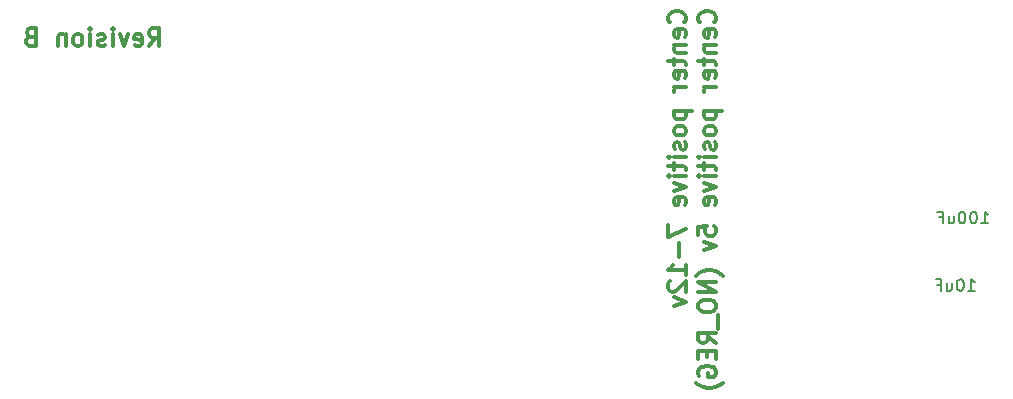
<source format=gbo>
G04 #@! TF.FileFunction,Legend,Bot*
%FSLAX46Y46*%
G04 Gerber Fmt 4.6, Leading zero omitted, Abs format (unit mm)*
G04 Created by KiCad (PCBNEW 4.0.7) date 02/11/19 21:11:47*
%MOMM*%
%LPD*%
G01*
G04 APERTURE LIST*
%ADD10C,0.100000*%
%ADD11C,0.300000*%
%ADD12C,0.150000*%
G04 APERTURE END LIST*
D10*
D11*
X129435714Y-60904286D02*
X129507143Y-60832857D01*
X129578571Y-60618571D01*
X129578571Y-60475714D01*
X129507143Y-60261429D01*
X129364286Y-60118571D01*
X129221429Y-60047143D01*
X128935714Y-59975714D01*
X128721429Y-59975714D01*
X128435714Y-60047143D01*
X128292857Y-60118571D01*
X128150000Y-60261429D01*
X128078571Y-60475714D01*
X128078571Y-60618571D01*
X128150000Y-60832857D01*
X128221429Y-60904286D01*
X129507143Y-62118571D02*
X129578571Y-61975714D01*
X129578571Y-61690000D01*
X129507143Y-61547143D01*
X129364286Y-61475714D01*
X128792857Y-61475714D01*
X128650000Y-61547143D01*
X128578571Y-61690000D01*
X128578571Y-61975714D01*
X128650000Y-62118571D01*
X128792857Y-62190000D01*
X128935714Y-62190000D01*
X129078571Y-61475714D01*
X128578571Y-62832857D02*
X129578571Y-62832857D01*
X128721429Y-62832857D02*
X128650000Y-62904285D01*
X128578571Y-63047143D01*
X128578571Y-63261428D01*
X128650000Y-63404285D01*
X128792857Y-63475714D01*
X129578571Y-63475714D01*
X128578571Y-63975714D02*
X128578571Y-64547143D01*
X128078571Y-64190000D02*
X129364286Y-64190000D01*
X129507143Y-64261428D01*
X129578571Y-64404286D01*
X129578571Y-64547143D01*
X129507143Y-65618571D02*
X129578571Y-65475714D01*
X129578571Y-65190000D01*
X129507143Y-65047143D01*
X129364286Y-64975714D01*
X128792857Y-64975714D01*
X128650000Y-65047143D01*
X128578571Y-65190000D01*
X128578571Y-65475714D01*
X128650000Y-65618571D01*
X128792857Y-65690000D01*
X128935714Y-65690000D01*
X129078571Y-64975714D01*
X129578571Y-66332857D02*
X128578571Y-66332857D01*
X128864286Y-66332857D02*
X128721429Y-66404285D01*
X128650000Y-66475714D01*
X128578571Y-66618571D01*
X128578571Y-66761428D01*
X128578571Y-68404285D02*
X130078571Y-68404285D01*
X128650000Y-68404285D02*
X128578571Y-68547142D01*
X128578571Y-68832856D01*
X128650000Y-68975713D01*
X128721429Y-69047142D01*
X128864286Y-69118571D01*
X129292857Y-69118571D01*
X129435714Y-69047142D01*
X129507143Y-68975713D01*
X129578571Y-68832856D01*
X129578571Y-68547142D01*
X129507143Y-68404285D01*
X129578571Y-69975714D02*
X129507143Y-69832856D01*
X129435714Y-69761428D01*
X129292857Y-69689999D01*
X128864286Y-69689999D01*
X128721429Y-69761428D01*
X128650000Y-69832856D01*
X128578571Y-69975714D01*
X128578571Y-70189999D01*
X128650000Y-70332856D01*
X128721429Y-70404285D01*
X128864286Y-70475714D01*
X129292857Y-70475714D01*
X129435714Y-70404285D01*
X129507143Y-70332856D01*
X129578571Y-70189999D01*
X129578571Y-69975714D01*
X129507143Y-71047142D02*
X129578571Y-71189999D01*
X129578571Y-71475714D01*
X129507143Y-71618571D01*
X129364286Y-71689999D01*
X129292857Y-71689999D01*
X129150000Y-71618571D01*
X129078571Y-71475714D01*
X129078571Y-71261428D01*
X129007143Y-71118571D01*
X128864286Y-71047142D01*
X128792857Y-71047142D01*
X128650000Y-71118571D01*
X128578571Y-71261428D01*
X128578571Y-71475714D01*
X128650000Y-71618571D01*
X129578571Y-72332857D02*
X128578571Y-72332857D01*
X128078571Y-72332857D02*
X128150000Y-72261428D01*
X128221429Y-72332857D01*
X128150000Y-72404285D01*
X128078571Y-72332857D01*
X128221429Y-72332857D01*
X128578571Y-72832857D02*
X128578571Y-73404286D01*
X128078571Y-73047143D02*
X129364286Y-73047143D01*
X129507143Y-73118571D01*
X129578571Y-73261429D01*
X129578571Y-73404286D01*
X129578571Y-73904286D02*
X128578571Y-73904286D01*
X128078571Y-73904286D02*
X128150000Y-73832857D01*
X128221429Y-73904286D01*
X128150000Y-73975714D01*
X128078571Y-73904286D01*
X128221429Y-73904286D01*
X128578571Y-74475715D02*
X129578571Y-74832858D01*
X128578571Y-75190000D01*
X129507143Y-76332857D02*
X129578571Y-76190000D01*
X129578571Y-75904286D01*
X129507143Y-75761429D01*
X129364286Y-75690000D01*
X128792857Y-75690000D01*
X128650000Y-75761429D01*
X128578571Y-75904286D01*
X128578571Y-76190000D01*
X128650000Y-76332857D01*
X128792857Y-76404286D01*
X128935714Y-76404286D01*
X129078571Y-75690000D01*
X128078571Y-78047143D02*
X128078571Y-79047143D01*
X129578571Y-78404286D01*
X129007143Y-79618571D02*
X129007143Y-80761428D01*
X129578571Y-82261428D02*
X129578571Y-81404285D01*
X129578571Y-81832857D02*
X128078571Y-81832857D01*
X128292857Y-81690000D01*
X128435714Y-81547142D01*
X128507143Y-81404285D01*
X128221429Y-82832856D02*
X128150000Y-82904285D01*
X128078571Y-83047142D01*
X128078571Y-83404285D01*
X128150000Y-83547142D01*
X128221429Y-83618571D01*
X128364286Y-83689999D01*
X128507143Y-83689999D01*
X128721429Y-83618571D01*
X129578571Y-82761428D01*
X129578571Y-83689999D01*
X128578571Y-84189999D02*
X129578571Y-84547142D01*
X128578571Y-84904284D01*
X131985714Y-60904286D02*
X132057143Y-60832857D01*
X132128571Y-60618571D01*
X132128571Y-60475714D01*
X132057143Y-60261429D01*
X131914286Y-60118571D01*
X131771429Y-60047143D01*
X131485714Y-59975714D01*
X131271429Y-59975714D01*
X130985714Y-60047143D01*
X130842857Y-60118571D01*
X130700000Y-60261429D01*
X130628571Y-60475714D01*
X130628571Y-60618571D01*
X130700000Y-60832857D01*
X130771429Y-60904286D01*
X132057143Y-62118571D02*
X132128571Y-61975714D01*
X132128571Y-61690000D01*
X132057143Y-61547143D01*
X131914286Y-61475714D01*
X131342857Y-61475714D01*
X131200000Y-61547143D01*
X131128571Y-61690000D01*
X131128571Y-61975714D01*
X131200000Y-62118571D01*
X131342857Y-62190000D01*
X131485714Y-62190000D01*
X131628571Y-61475714D01*
X131128571Y-62832857D02*
X132128571Y-62832857D01*
X131271429Y-62832857D02*
X131200000Y-62904285D01*
X131128571Y-63047143D01*
X131128571Y-63261428D01*
X131200000Y-63404285D01*
X131342857Y-63475714D01*
X132128571Y-63475714D01*
X131128571Y-63975714D02*
X131128571Y-64547143D01*
X130628571Y-64190000D02*
X131914286Y-64190000D01*
X132057143Y-64261428D01*
X132128571Y-64404286D01*
X132128571Y-64547143D01*
X132057143Y-65618571D02*
X132128571Y-65475714D01*
X132128571Y-65190000D01*
X132057143Y-65047143D01*
X131914286Y-64975714D01*
X131342857Y-64975714D01*
X131200000Y-65047143D01*
X131128571Y-65190000D01*
X131128571Y-65475714D01*
X131200000Y-65618571D01*
X131342857Y-65690000D01*
X131485714Y-65690000D01*
X131628571Y-64975714D01*
X132128571Y-66332857D02*
X131128571Y-66332857D01*
X131414286Y-66332857D02*
X131271429Y-66404285D01*
X131200000Y-66475714D01*
X131128571Y-66618571D01*
X131128571Y-66761428D01*
X131128571Y-68404285D02*
X132628571Y-68404285D01*
X131200000Y-68404285D02*
X131128571Y-68547142D01*
X131128571Y-68832856D01*
X131200000Y-68975713D01*
X131271429Y-69047142D01*
X131414286Y-69118571D01*
X131842857Y-69118571D01*
X131985714Y-69047142D01*
X132057143Y-68975713D01*
X132128571Y-68832856D01*
X132128571Y-68547142D01*
X132057143Y-68404285D01*
X132128571Y-69975714D02*
X132057143Y-69832856D01*
X131985714Y-69761428D01*
X131842857Y-69689999D01*
X131414286Y-69689999D01*
X131271429Y-69761428D01*
X131200000Y-69832856D01*
X131128571Y-69975714D01*
X131128571Y-70189999D01*
X131200000Y-70332856D01*
X131271429Y-70404285D01*
X131414286Y-70475714D01*
X131842857Y-70475714D01*
X131985714Y-70404285D01*
X132057143Y-70332856D01*
X132128571Y-70189999D01*
X132128571Y-69975714D01*
X132057143Y-71047142D02*
X132128571Y-71189999D01*
X132128571Y-71475714D01*
X132057143Y-71618571D01*
X131914286Y-71689999D01*
X131842857Y-71689999D01*
X131700000Y-71618571D01*
X131628571Y-71475714D01*
X131628571Y-71261428D01*
X131557143Y-71118571D01*
X131414286Y-71047142D01*
X131342857Y-71047142D01*
X131200000Y-71118571D01*
X131128571Y-71261428D01*
X131128571Y-71475714D01*
X131200000Y-71618571D01*
X132128571Y-72332857D02*
X131128571Y-72332857D01*
X130628571Y-72332857D02*
X130700000Y-72261428D01*
X130771429Y-72332857D01*
X130700000Y-72404285D01*
X130628571Y-72332857D01*
X130771429Y-72332857D01*
X131128571Y-72832857D02*
X131128571Y-73404286D01*
X130628571Y-73047143D02*
X131914286Y-73047143D01*
X132057143Y-73118571D01*
X132128571Y-73261429D01*
X132128571Y-73404286D01*
X132128571Y-73904286D02*
X131128571Y-73904286D01*
X130628571Y-73904286D02*
X130700000Y-73832857D01*
X130771429Y-73904286D01*
X130700000Y-73975714D01*
X130628571Y-73904286D01*
X130771429Y-73904286D01*
X131128571Y-74475715D02*
X132128571Y-74832858D01*
X131128571Y-75190000D01*
X132057143Y-76332857D02*
X132128571Y-76190000D01*
X132128571Y-75904286D01*
X132057143Y-75761429D01*
X131914286Y-75690000D01*
X131342857Y-75690000D01*
X131200000Y-75761429D01*
X131128571Y-75904286D01*
X131128571Y-76190000D01*
X131200000Y-76332857D01*
X131342857Y-76404286D01*
X131485714Y-76404286D01*
X131628571Y-75690000D01*
X130628571Y-78904286D02*
X130628571Y-78190000D01*
X131342857Y-78118571D01*
X131271429Y-78190000D01*
X131200000Y-78332857D01*
X131200000Y-78690000D01*
X131271429Y-78832857D01*
X131342857Y-78904286D01*
X131485714Y-78975714D01*
X131842857Y-78975714D01*
X131985714Y-78904286D01*
X132057143Y-78832857D01*
X132128571Y-78690000D01*
X132128571Y-78332857D01*
X132057143Y-78190000D01*
X131985714Y-78118571D01*
X131128571Y-79475714D02*
X132128571Y-79832857D01*
X131128571Y-80189999D01*
X132700000Y-82332856D02*
X132628571Y-82261428D01*
X132414286Y-82118571D01*
X132271429Y-82047142D01*
X132057143Y-81975713D01*
X131700000Y-81904285D01*
X131414286Y-81904285D01*
X131057143Y-81975713D01*
X130842857Y-82047142D01*
X130700000Y-82118571D01*
X130485714Y-82261428D01*
X130414286Y-82332856D01*
X132128571Y-82904285D02*
X130628571Y-82904285D01*
X132128571Y-83761428D01*
X130628571Y-83761428D01*
X130628571Y-84761428D02*
X130628571Y-85047142D01*
X130700000Y-85190000D01*
X130842857Y-85332857D01*
X131128571Y-85404285D01*
X131628571Y-85404285D01*
X131914286Y-85332857D01*
X132057143Y-85190000D01*
X132128571Y-85047142D01*
X132128571Y-84761428D01*
X132057143Y-84618571D01*
X131914286Y-84475714D01*
X131628571Y-84404285D01*
X131128571Y-84404285D01*
X130842857Y-84475714D01*
X130700000Y-84618571D01*
X130628571Y-84761428D01*
X132271429Y-85690000D02*
X132271429Y-86832857D01*
X132128571Y-88047143D02*
X131414286Y-87547143D01*
X132128571Y-87190000D02*
X130628571Y-87190000D01*
X130628571Y-87761428D01*
X130700000Y-87904286D01*
X130771429Y-87975714D01*
X130914286Y-88047143D01*
X131128571Y-88047143D01*
X131271429Y-87975714D01*
X131342857Y-87904286D01*
X131414286Y-87761428D01*
X131414286Y-87190000D01*
X131342857Y-88690000D02*
X131342857Y-89190000D01*
X132128571Y-89404286D02*
X132128571Y-88690000D01*
X130628571Y-88690000D01*
X130628571Y-89404286D01*
X130700000Y-90832857D02*
X130628571Y-90690000D01*
X130628571Y-90475714D01*
X130700000Y-90261429D01*
X130842857Y-90118571D01*
X130985714Y-90047143D01*
X131271429Y-89975714D01*
X131485714Y-89975714D01*
X131771429Y-90047143D01*
X131914286Y-90118571D01*
X132057143Y-90261429D01*
X132128571Y-90475714D01*
X132128571Y-90618571D01*
X132057143Y-90832857D01*
X131985714Y-90904286D01*
X131485714Y-90904286D01*
X131485714Y-90618571D01*
X132700000Y-91404286D02*
X132628571Y-91475714D01*
X132414286Y-91618571D01*
X132271429Y-91690000D01*
X132057143Y-91761429D01*
X131700000Y-91832857D01*
X131414286Y-91832857D01*
X131057143Y-91761429D01*
X130842857Y-91690000D01*
X130700000Y-91618571D01*
X130485714Y-91475714D01*
X130414286Y-91404286D01*
X84125000Y-62908571D02*
X84625000Y-62194286D01*
X84982143Y-62908571D02*
X84982143Y-61408571D01*
X84410715Y-61408571D01*
X84267857Y-61480000D01*
X84196429Y-61551429D01*
X84125000Y-61694286D01*
X84125000Y-61908571D01*
X84196429Y-62051429D01*
X84267857Y-62122857D01*
X84410715Y-62194286D01*
X84982143Y-62194286D01*
X82910715Y-62837143D02*
X83053572Y-62908571D01*
X83339286Y-62908571D01*
X83482143Y-62837143D01*
X83553572Y-62694286D01*
X83553572Y-62122857D01*
X83482143Y-61980000D01*
X83339286Y-61908571D01*
X83053572Y-61908571D01*
X82910715Y-61980000D01*
X82839286Y-62122857D01*
X82839286Y-62265714D01*
X83553572Y-62408571D01*
X82339286Y-61908571D02*
X81982143Y-62908571D01*
X81625001Y-61908571D01*
X81053572Y-62908571D02*
X81053572Y-61908571D01*
X81053572Y-61408571D02*
X81125001Y-61480000D01*
X81053572Y-61551429D01*
X80982144Y-61480000D01*
X81053572Y-61408571D01*
X81053572Y-61551429D01*
X80410715Y-62837143D02*
X80267858Y-62908571D01*
X79982143Y-62908571D01*
X79839286Y-62837143D01*
X79767858Y-62694286D01*
X79767858Y-62622857D01*
X79839286Y-62480000D01*
X79982143Y-62408571D01*
X80196429Y-62408571D01*
X80339286Y-62337143D01*
X80410715Y-62194286D01*
X80410715Y-62122857D01*
X80339286Y-61980000D01*
X80196429Y-61908571D01*
X79982143Y-61908571D01*
X79839286Y-61980000D01*
X79125000Y-62908571D02*
X79125000Y-61908571D01*
X79125000Y-61408571D02*
X79196429Y-61480000D01*
X79125000Y-61551429D01*
X79053572Y-61480000D01*
X79125000Y-61408571D01*
X79125000Y-61551429D01*
X78196428Y-62908571D02*
X78339286Y-62837143D01*
X78410714Y-62765714D01*
X78482143Y-62622857D01*
X78482143Y-62194286D01*
X78410714Y-62051429D01*
X78339286Y-61980000D01*
X78196428Y-61908571D01*
X77982143Y-61908571D01*
X77839286Y-61980000D01*
X77767857Y-62051429D01*
X77696428Y-62194286D01*
X77696428Y-62622857D01*
X77767857Y-62765714D01*
X77839286Y-62837143D01*
X77982143Y-62908571D01*
X78196428Y-62908571D01*
X77053571Y-61908571D02*
X77053571Y-62908571D01*
X77053571Y-62051429D02*
X76982143Y-61980000D01*
X76839285Y-61908571D01*
X76625000Y-61908571D01*
X76482143Y-61980000D01*
X76410714Y-62122857D01*
X76410714Y-62908571D01*
X74053571Y-62122857D02*
X73839285Y-62194286D01*
X73767857Y-62265714D01*
X73696428Y-62408571D01*
X73696428Y-62622857D01*
X73767857Y-62765714D01*
X73839285Y-62837143D01*
X73982143Y-62908571D01*
X74553571Y-62908571D01*
X74553571Y-61408571D01*
X74053571Y-61408571D01*
X73910714Y-61480000D01*
X73839285Y-61551429D01*
X73767857Y-61694286D01*
X73767857Y-61837143D01*
X73839285Y-61980000D01*
X73910714Y-62051429D01*
X74053571Y-62122857D01*
X74553571Y-62122857D01*
D12*
X154582619Y-77922381D02*
X155154048Y-77922381D01*
X154868334Y-77922381D02*
X154868334Y-76922381D01*
X154963572Y-77065238D01*
X155058810Y-77160476D01*
X155154048Y-77208095D01*
X153963572Y-76922381D02*
X153868333Y-76922381D01*
X153773095Y-76970000D01*
X153725476Y-77017619D01*
X153677857Y-77112857D01*
X153630238Y-77303333D01*
X153630238Y-77541429D01*
X153677857Y-77731905D01*
X153725476Y-77827143D01*
X153773095Y-77874762D01*
X153868333Y-77922381D01*
X153963572Y-77922381D01*
X154058810Y-77874762D01*
X154106429Y-77827143D01*
X154154048Y-77731905D01*
X154201667Y-77541429D01*
X154201667Y-77303333D01*
X154154048Y-77112857D01*
X154106429Y-77017619D01*
X154058810Y-76970000D01*
X153963572Y-76922381D01*
X153011191Y-76922381D02*
X152915952Y-76922381D01*
X152820714Y-76970000D01*
X152773095Y-77017619D01*
X152725476Y-77112857D01*
X152677857Y-77303333D01*
X152677857Y-77541429D01*
X152725476Y-77731905D01*
X152773095Y-77827143D01*
X152820714Y-77874762D01*
X152915952Y-77922381D01*
X153011191Y-77922381D01*
X153106429Y-77874762D01*
X153154048Y-77827143D01*
X153201667Y-77731905D01*
X153249286Y-77541429D01*
X153249286Y-77303333D01*
X153201667Y-77112857D01*
X153154048Y-77017619D01*
X153106429Y-76970000D01*
X153011191Y-76922381D01*
X151820714Y-77255714D02*
X151820714Y-77922381D01*
X152249286Y-77255714D02*
X152249286Y-77779524D01*
X152201667Y-77874762D01*
X152106429Y-77922381D01*
X151963571Y-77922381D01*
X151868333Y-77874762D01*
X151820714Y-77827143D01*
X151011190Y-77398571D02*
X151344524Y-77398571D01*
X151344524Y-77922381D02*
X151344524Y-76922381D01*
X150868333Y-76922381D01*
X153471428Y-83637381D02*
X154042857Y-83637381D01*
X153757143Y-83637381D02*
X153757143Y-82637381D01*
X153852381Y-82780238D01*
X153947619Y-82875476D01*
X154042857Y-82923095D01*
X152852381Y-82637381D02*
X152757142Y-82637381D01*
X152661904Y-82685000D01*
X152614285Y-82732619D01*
X152566666Y-82827857D01*
X152519047Y-83018333D01*
X152519047Y-83256429D01*
X152566666Y-83446905D01*
X152614285Y-83542143D01*
X152661904Y-83589762D01*
X152757142Y-83637381D01*
X152852381Y-83637381D01*
X152947619Y-83589762D01*
X152995238Y-83542143D01*
X153042857Y-83446905D01*
X153090476Y-83256429D01*
X153090476Y-83018333D01*
X153042857Y-82827857D01*
X152995238Y-82732619D01*
X152947619Y-82685000D01*
X152852381Y-82637381D01*
X151661904Y-82970714D02*
X151661904Y-83637381D01*
X152090476Y-82970714D02*
X152090476Y-83494524D01*
X152042857Y-83589762D01*
X151947619Y-83637381D01*
X151804761Y-83637381D01*
X151709523Y-83589762D01*
X151661904Y-83542143D01*
X150852380Y-83113571D02*
X151185714Y-83113571D01*
X151185714Y-83637381D02*
X151185714Y-82637381D01*
X150709523Y-82637381D01*
M02*

</source>
